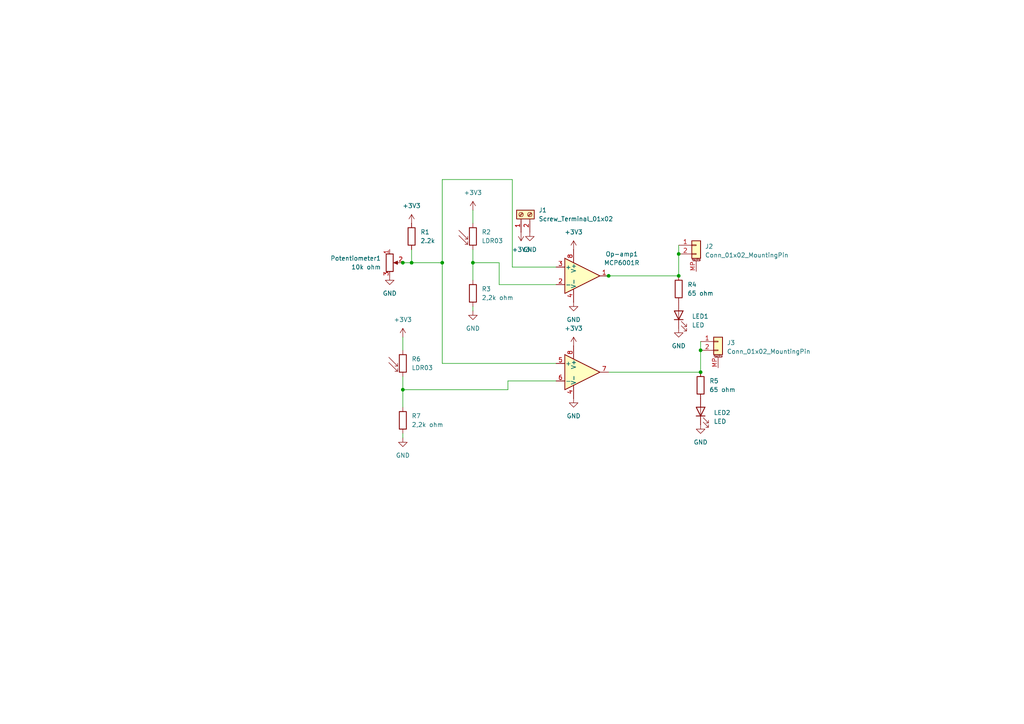
<source format=kicad_sch>
(kicad_sch (version 20231120) (generator "eeschema") (generator_version "8.0")
  (paper "A4")
  (lib_symbols
    (symbol "Connector:Screw_Terminal_01x02" (pin_names (offset 1.016) hide)
      (property "Reference" "J" (at 0 2.54 0))
      (property "Value" "Screw_Terminal_01x02" (at 0 -5.08 0))
      (symbol "Screw_Terminal_01x02_1_1"
        (rectangle (start -1.27 1.27) (end 1.27 -3.81) (stroke (width 0.254)) (fill (type background)))
        (circle (center 0 -2.54) (radius 0.635) (stroke (width 0.1524)))
        (polyline (pts (xy -0.5334 -2.2098) (xy 0.3302 -3.048)) (stroke (width 0.1524)))
        (polyline (pts (xy -0.5334 0.3302) (xy 0.3302 -0.508)) (stroke (width 0.1524)))
        (polyline (pts (xy -0.3556 -2.032) (xy 0.508 -2.8702)) (stroke (width 0.1524)))
        (polyline (pts (xy -0.3556 0.508) (xy 0.508 -0.3302)) (stroke (width 0.1524)))
        (circle (center 0 0) (radius 0.635) (stroke (width 0.1524)))
        (pin passive line (at -5.08 0 0) (length 3.81) (name "Pin_1") (number "1"))
        (pin passive line (at -5.08 -2.54 0) (length 3.81) (name "Pin_2") (number "2"))
      )
    )
    (symbol "Connector_Generic_MountingPin:Conn_01x02_MountingPin" (pin_names (offset 1.016) hide)
      (property "Reference" "J" (at 0 2.54 0))
      (property "Value" "Conn_01x02_MountingPin" (at 1.27 -5.08 0))
      (symbol "Conn_01x02_MountingPin_1_1"
        (rectangle (start -1.27 -2.413) (end 0 -2.667) (stroke (width 0.1524)))
        (rectangle (start -1.27 0.127) (end 0 -0.127) (stroke (width 0.1524)))
        (rectangle (start -1.27 1.27) (end 1.27 -3.81) (stroke (width 0.254)) (fill (type background)))
        (polyline (pts (xy -1.016 -4.572) (xy 1.016 -4.572)) (stroke (width 0.1524)))
        (text "Mounting" (at 0 -4.191 0) (effects (font (size 0.381 0.381))))
        (pin passive line (at -5.08 0 0) (length 3.81) (name "Pin_1") (number "1"))
        (pin passive line (at -5.08 -2.54 0) (length 3.81) (name "Pin_2") (number "2"))
        (pin passive line (at 0 -7.62 90) (length 3.048) (name "MountPin") (number "MP"))
      )
    )
    (symbol "Device:LED" (pin_numbers hide) (pin_names (offset 1.016) hide)
      (property "Reference" "D" (at 0 2.54 0))
      (property "Value" "LED" (at 0 -2.54 0))
      (symbol "LED_0_1"
        (polyline (pts (xy -1.27 -1.27) (xy -1.27 1.27)) (stroke (width 0.254)))
        (polyline (pts (xy -1.27 0) (xy 1.27 0)))
        (polyline (pts (xy 1.27 -1.27) (xy 1.27 1.27) (xy -1.27 0) (xy 1.27 -1.27)) (stroke (width 0.254)))
        (polyline (pts (xy -3.048 -0.762) (xy -4.572 -2.286) (xy -3.81 -2.286) (xy -4.572 -2.286) (xy -4.572 -1.524)))
        (polyline (pts (xy -1.778 -0.762) (xy -3.302 -2.286) (xy -2.54 -2.286) (xy -3.302 -2.286) (xy -3.302 -1.524)))
      )
      (symbol "LED_1_1"
        (pin passive line (at -3.81 0 0) (length 2.54) (name "K") (number "1"))
        (pin passive line (at 3.81 0 180) (length 2.54) (name "A") (number "2"))
      )
    )
    (symbol "Device:R" (pin_numbers hide) (pin_names (offset 0))
      (property "Reference" "R" (at 2.032 0 90))
      (property "Value" "R" (at 0 0 90))
      (symbol "R_0_1"
        (rectangle (start -1.016 -2.54) (end 1.016 2.54) (stroke (width 0.254)))
      )
      (symbol "R_1_1"
        (pin passive line (at 0 3.81 270) (length 1.27) (name "~") (number "1"))
        (pin passive line (at 0 -3.81 90) (length 1.27) (name "~") (number "2"))
      )
    )
    (symbol "Device:R_Potentiometer" (pin_names (offset 1.016) hide)
      (property "Reference" "RV" (at -4.445 0 90))
      (property "Value" "R_Potentiometer" (at -2.54 0 90))
      (symbol "R_Potentiometer_0_1"
        (polyline (pts (xy 2.54 0) (xy 1.524 0)))
        (polyline (pts (xy 1.143 0) (xy 2.286 0.508) (xy 2.286 -0.508) (xy 1.143 0)) (fill (type outline)))
        (rectangle (start 1.016 2.54) (end -1.016 -2.54) (stroke (width 0.254)))
      )
      (symbol "R_Potentiometer_1_1"
        (pin passive line (at 0 3.81 270) (length 1.27) (name "1") (number "1"))
        (pin passive line (at 3.81 0 180) (length 1.27) (name "2") (number "2"))
        (pin passive line (at 0 -3.81 90) (length 1.27) (name "3") (number "3"))
      )
    )
    (symbol "MCP6001R_1" (pin_names (offset 0.127))
      (property "Reference" "Op-amp1" (at 11.43 6.3186 0))
      (property "Value" "MCP6001R" (at 11.43 3.7786 0))
      (symbol "MCP6001R_1_0_1"
        (polyline (pts (xy -5.08 -22.86) (xy 5.08 -27.94) (xy -5.08 -33.02) (xy -5.08 -22.86)) (stroke (width 0.254)) (fill (type background)))
        (polyline (pts (xy -5.08 5.08) (xy 5.08 0) (xy -5.08 -5.08) (xy -5.08 5.08)) (stroke (width 0.254)) (fill (type background)))
      )
      (symbol "MCP6001R_1_1_1"
        (pin output line (at 7.62 0 180) (length 2.54) (name "~") (number "1"))
        (pin input line (at -7.62 -2.54 0) (length 2.54) (name "-") (number "2"))
        (pin input line (at -7.62 2.54 0) (length 2.54) (name "+") (number "3"))
        (pin power_in line (at -2.54 -35.56 90) (length 3.81) (name "V-") (number "4"))
        (pin power_in line (at -2.54 -7.62 90) (length 3.81) (name "V-") (number "4"))
        (pin input line (at -7.62 -25.4 0) (length 2.54) (name "+") (number "5"))
        (pin input line (at -7.62 -30.48 0) (length 2.54) (name "-") (number "6"))
        (pin output line (at 7.62 -27.94 180) (length 2.54) (name "~") (number "7"))
        (pin power_in line (at -2.54 -20.32 270) (length 3.81) (name "V+") (number "8"))
        (pin power_in line (at -2.54 7.62 270) (length 3.81) (name "V+") (number "8"))
      )
    )
    (symbol "Sensor_Optical:LDR03" (pin_numbers hide) (pin_names (offset 0))
      (property "Reference" "R" (at -5.08 0 90))
      (property "Value" "LDR03" (at 1.905 0 90))
      (symbol "LDR03_0_1"
        (rectangle (start -1.016 2.54) (end 1.016 -2.54) (stroke (width 0.254)))
        (polyline (pts (xy -1.524 -2.286) (xy -4.064 0.254)))
        (polyline (pts (xy -1.524 -2.286) (xy -2.286 -2.286)))
        (polyline (pts (xy -1.524 -2.286) (xy -1.524 -1.524)))
        (polyline (pts (xy -1.524 -0.762) (xy -4.064 1.778)))
        (polyline (pts (xy -1.524 -0.762) (xy -2.286 -0.762)))
        (polyline (pts (xy -1.524 -0.762) (xy -1.524 0)))
      )
      (symbol "LDR03_1_1"
        (pin passive line (at 0 3.81 270) (length 1.27) (name "~") (number "1"))
        (pin passive line (at 0 -3.81 90) (length 1.27) (name "~") (number "2"))
      )
    )
    (symbol "power:+3V3" (power) (pin_numbers hide) (pin_names (offset 0) hide)
      (property "Value" "+3V3" (at 0 3.556 0))
      (symbol "+3V3_0_1"
        (polyline (pts (xy -0.762 1.27) (xy 0 2.54)))
        (polyline (pts (xy 0 0) (xy 0 2.54)))
        (polyline (pts (xy 0 2.54) (xy 0.762 1.27)))
      )
      (symbol "+3V3_1_1"
        (pin power_in line (at 0 0 90) (length 0) (name "~") (number "1"))
      )
    )
    (symbol "power:GND" (power) (pin_numbers hide) (pin_names (offset 0) hide)
      (property "Value" "GND" (at 0 -3.81 0))
      (symbol "GND_0_1"
        (polyline (pts (xy 0 0) (xy 0 -1.27) (xy 1.27 -1.27) (xy 0 -2.54) (xy -1.27 -1.27) (xy 0 -1.27)))
      )
      (symbol "GND_1_1"
        (pin power_in line (at 0 0 270) (length 0) (name "~") (number "1"))
      )
    )
  )
  (junction (at 116.84 76.2))
  (junction (at 176.53 80.01))
  (junction (at 196.85 80.01))
  (junction (at 119.38 76.2))
  (junction (at 203.2 107.95))
  (junction (at 116.84 113.03))
  (junction (at 128.27 76.2))
  (junction (at 203.2 101.6))
  (junction (at 196.85 73.66))
  (junction (at 137.16 76.2))
  (wire (pts (xy 147.32 110.49) (xy 161.29 110.49)))
  (wire (pts (xy 148.59 77.47) (xy 161.29 77.47)))
  (wire (pts (xy 128.27 76.2) (xy 128.27 105.41)))
  (wire (pts (xy 196.85 80.01) (xy 196.85 73.66)))
  (wire (pts (xy 137.16 72.39) (xy 137.16 76.2)))
  (wire (pts (xy 115.57 76.2) (xy 116.84 76.2)))
  (wire (pts (xy 119.38 72.39) (xy 119.38 76.2)))
  (wire (pts (xy 203.2 99.06) (xy 203.2 101.6)))
  (wire (pts (xy 175.26 80.01) (xy 176.53 80.01)))
  (wire (pts (xy 203.2 107.95) (xy 203.2 101.6)))
  (wire (pts (xy 116.84 76.2) (xy 119.38 76.2)))
  (wire (pts (xy 137.16 76.2) (xy 137.16 81.28)))
  (wire (pts (xy 148.59 77.47) (xy 148.59 52.07)))
  (wire (pts (xy 116.84 113.03) (xy 147.32 113.03)))
  (wire (pts (xy 116.84 113.03) (xy 116.84 118.11)))
  (wire (pts (xy 128.27 105.41) (xy 161.29 105.41)))
  (wire (pts (xy 116.84 109.22) (xy 116.84 113.03)))
  (wire (pts (xy 176.53 80.01) (xy 196.85 80.01)))
  (wire (pts (xy 137.16 88.9) (xy 137.16 90.17)))
  (wire (pts (xy 148.59 52.07) (xy 128.27 52.07)))
  (wire (pts (xy 144.78 82.55) (xy 144.78 76.2)))
  (wire (pts (xy 176.53 107.95) (xy 203.2 107.95)))
  (wire (pts (xy 137.16 60.96) (xy 137.16 64.77)))
  (wire (pts (xy 161.29 82.55) (xy 144.78 82.55)))
  (wire (pts (xy 116.84 125.73) (xy 116.84 127)))
  (wire (pts (xy 119.38 76.2) (xy 128.27 76.2)))
  (wire (pts (xy 128.27 52.07) (xy 128.27 76.2)))
  (wire (pts (xy 144.78 76.2) (xy 137.16 76.2)))
  (wire (pts (xy 196.85 71.12) (xy 196.85 73.66)))
  (wire (pts (xy 116.84 97.79) (xy 116.84 101.6)))
  (wire (pts (xy 147.32 113.03) (xy 147.32 110.49)))
  (symbol (lib_id "power:GND") (at 166.37 115.57 0) (unit 1)
    (property "Reference" "#PWR015" (effects (hide yes)))
    (property "Value" "GND" (at 166.37 120.65 0))
    (property "Description" "Power symbol creates a global label with name \"GND\" , ground" (effects (hide yes)))
  )
  (symbol (lib_id "power:GND") (at 116.84 127 0) (unit 1)
    (property "Reference" "#PWR014" (effects (hide yes)))
    (property "Value" "GND" (at 116.84 132.08 0))
    (property "Description" "Power symbol creates a global label with name \"GND\" , ground" (effects (hide yes)))
  )
  (symbol (lib_id "Connector_Generic_MountingPin:Conn_01x02_MountingPin") (at 201.93 71.12 0) (unit 1)
    (property "Reference" "J2" (at 204.47 71.4755 0) (effects (justify left)))
    (property "Value" "Conn_01x02_MountingPin" (at 204.47 74.0155 0) (effects (justify left)))
    (property "Footprint" "Connector_PinSocket_2.54mm:PinSocket_1x02_P2.54mm_Vertical" (effects (hide yes)))
    (property "Description" "Generic connectable mounting pin connector, single row, 01x02, script generated (kicad-library-utils/schlib/autogen/connector/)" (effects (hide yes)))
  )
  (symbol (lib_id "power:GND") (at 203.2 123.19 0) (unit 1)
    (property "Reference" "#PWR012" (effects (hide yes)))
    (property "Value" "GND" (at 203.2 128.27 0))
    (property "Description" "Power symbol creates a global label with name \"GND\" , ground" (effects (hide yes)))
  )
  (symbol (lib_id "Device:R") (at 137.16 85.09 0) (unit 1)
    (property "Reference" "R3" (at 139.7 83.8199 0) (effects (justify left)))
    (property "Value" "2,2k ohm" (at 139.7 86.3599 0) (effects (justify left)))
    (property "Footprint" "Resistor_THT:R_Axial_DIN0204_L3.6mm_D1.6mm_P7.62mm_Horizontal" (effects (hide yes)))
    (property "Description" "Resistor" (effects (hide yes)))
  )
  (symbol (lib_id "power:+3V3") (at 119.38 64.77 0) (unit 1)
    (property "Reference" "#PWR02" (effects (hide yes)))
    (property "Value" "+3V3" (at 119.38 59.69 0))
    (property "Description" "Power symbol creates a global label with name \"+3V3\"" (effects (hide yes)))
  )
  (symbol (lib_id "Device:LED") (at 203.2 119.38 90) (unit 1)
    (property "Reference" "LED2" (at 207.01 119.6974 90) (effects (justify right)))
    (property "Value" "LED" (at 207.01 122.2374 90) (effects (justify right)))
    (property "Footprint" "LED_THT:LED_D1.8mm_W3.3mm_H2.4mm" (effects (hide yes)))
    (property "Description" "Light emitting diode" (effects (hide yes)))
  )
  (symbol (lib_id "power:GND") (at 137.16 90.17 0) (unit 1)
    (property "Reference" "#PWR04" (effects (hide yes)))
    (property "Value" "GND" (at 137.16 95.25 0))
    (property "Description" "Power symbol creates a global label with name \"GND\" , ground" (effects (hide yes)))
  )
  (symbol (lib_id "power:+3V3") (at 116.84 97.79 0) (unit 1)
    (property "Reference" "#PWR013" (effects (hide yes)))
    (property "Value" "+3V3" (at 116.84 92.71 0))
    (property "Description" "Power symbol creates a global label with name \"+3V3\"" (effects (hide yes)))
  )
  (symbol (lib_id "power:GND") (at 113.03 80.01 0) (unit 1)
    (property "Reference" "#PWR01" (effects (hide yes)))
    (property "Value" "GND" (at 113.03 85.09 0))
    (property "Description" "Power symbol creates a global label with name \"GND\" , ground" (effects (hide yes)))
  )
  (symbol (lib_id "Device:R_Potentiometer") (at 113.03 76.2 0) (unit 1)
    (property "Reference" "Potentiometer1" (at 110.49 74.9299 0) (effects (justify right)))
    (property "Value" "10k ohm" (at 110.49 77.4699 0) (effects (justify right)))
    (property "Footprint" "Potentiometer_THT:Potentiometer_Runtron_RM-065_Vertical" (effects (hide yes)))
    (property "Description" "Potentiometer" (effects (hide yes)))
  )
  (symbol (lib_id "power:+3V3") (at 166.37 72.39 0) (unit 1)
    (property "Reference" "#PWR05" (effects (hide yes)))
    (property "Value" "+3V3" (at 166.37 67.31 0))
    (property "Description" "Power symbol creates a global label with name \"+3V3\"" (effects (hide yes)))
  )
  (symbol (lib_id "Device:LED") (at 196.85 91.44 90) (unit 1)
    (property "Reference" "LED1" (at 200.66 91.7574 90) (effects (justify right)))
    (property "Value" "LED" (at 200.66 94.2974 90) (effects (justify right)))
    (property "Footprint" "LED_THT:LED_D1.8mm_W3.3mm_H2.4mm" (effects (hide yes)))
    (property "Description" "Light emitting diode" (effects (hide yes)))
  )
  (symbol (lib_id "power:GND") (at 166.37 87.63 0) (unit 1)
    (property "Reference" "#PWR06" (effects (hide yes)))
    (property "Value" "GND" (at 166.37 92.71 0))
    (property "Description" "Power symbol creates a global label with name \"GND\" , ground" (effects (hide yes)))
  )
  (symbol (lib_id "Device:R") (at 116.84 121.92 0) (unit 1)
    (property "Reference" "R7" (at 119.38 120.6499 0) (effects (justify left)))
    (property "Value" "2,2k ohm" (at 119.38 123.1899 0) (effects (justify left)))
    (property "Footprint" "Resistor_THT:R_Axial_DIN0204_L3.6mm_D1.6mm_P7.62mm_Horizontal" (effects (hide yes)))
    (property "Description" "Resistor" (effects (hide yes)))
  )
  (symbol (lib_id "Device:R") (at 196.85 83.82 0) (unit 1)
    (property "Reference" "R4" (at 199.39 82.5499 0) (effects (justify left)))
    (property "Value" "65 ohm" (at 199.39 85.0899 0) (effects (justify left)))
    (property "Footprint" "Resistor_THT:R_Axial_DIN0204_L3.6mm_D1.6mm_P7.62mm_Horizontal" (effects (hide yes)))
    (property "Description" "Resistor" (effects (hide yes)))
  )
  (symbol (lib_id "power:+3V3") (at 137.16 60.96 0) (unit 1)
    (property "Reference" "#PWR03" (effects (hide yes)))
    (property "Value" "+3V3" (at 137.16 55.88 0))
    (property "Description" "Power symbol creates a global label with name \"+3V3\"" (effects (hide yes)))
  )
  (symbol (lib_id "Sensor_Optical:LDR03") (at 116.84 105.41 0) (unit 1)
    (property "Reference" "R6" (at 119.38 104.1399 0) (effects (justify left)))
    (property "Value" "LDR03" (at 119.38 106.6799 0) (effects (justify left)))
    (property "Footprint" "TerminalBlock_Phoenix:TerminalBlock_Phoenix_MKDS-1,5-2_1x02_P5.00mm_Horizontal" (effects (hide yes)))
    (property "Datasheet" "http://www.elektronica-componenten.nl/WebRoot/StoreNL/Shops/61422969/54F1/BA0C/C664/31B9/2173/C0A8/2AB9/2AEF/LDR03IMP.pdf" (effects (hide yes)))
    (property "Description" "light dependent resistor" (effects (hide yes)))
  )
  (symbol (lib_name "MCP6001R_1") (lib_id "Amplifier_Operational:MCP6001R") (at 168.91 80.01 0) (unit 1)
    (property "Reference" "Op-amp1" (at 180.34 73.6914 0))
    (property "Value" "MCP6001R" (at 180.34 76.2314 0))
    (property "Footprint" "Package_DIP:DIP-8_W7.62mm" (effects (hide yes)))
    (property "Datasheet" "https://ww1.microchip.com/downloads/en/DeviceDoc/MCP6001-1R-1U-2-4-1-MHz-Low-Power-Op-Amp-DS20001733L.pdf" (effects (hide yes)))
    (property "Description" "1MHz, Low-Power Op Amp, SOT-23-5" (effects (hide yes)))
  )
  (symbol (lib_id "Device:R") (at 119.38 68.58 0) (unit 1)
    (property "Reference" "R1" (at 121.92 67.3099 0) (effects (justify left)))
    (property "Value" "2.2k" (at 121.92 69.8499 0) (effects (justify left)))
    (property "Footprint" "Resistor_THT:R_Axial_DIN0204_L3.6mm_D1.6mm_P7.62mm_Horizontal" (effects (hide yes)))
    (property "Description" "Resistor" (effects (hide yes)))
  )
  (symbol (lib_id "power:+3V3") (at 166.37 100.33 0) (unit 1)
    (property "Reference" "#PWR011" (effects (hide yes)))
    (property "Value" "+3V3" (at 166.37 95.25 0))
    (property "Description" "Power symbol creates a global label with name \"+3V3\"" (effects (hide yes)))
  )
  (symbol (lib_id "power:+3V3") (at 151.13 67.31 180) (unit 1)
    (property "Reference" "#PWR08" (effects (hide yes)))
    (property "Value" "+3V3" (at 151.13 72.39 0))
    (property "Description" "Power symbol creates a global label with name \"+3V3\"" (effects (hide yes)))
  )
  (symbol (lib_id "Sensor_Optical:LDR03") (at 137.16 68.58 0) (unit 1)
    (property "Reference" "R2" (at 139.7 67.3099 0) (effects (justify left)))
    (property "Value" "LDR03" (at 139.7 69.8499 0) (effects (justify left)))
    (property "Footprint" "TerminalBlock_Phoenix:TerminalBlock_Phoenix_MKDS-1,5-2_1x02_P5.00mm_Horizontal" (effects (hide yes)))
    (property "Datasheet" "http://www.elektronica-componenten.nl/WebRoot/StoreNL/Shops/61422969/54F1/BA0C/C664/31B9/2173/C0A8/2AB9/2AEF/LDR03IMP.pdf" (effects (hide yes)))
    (property "Description" "light dependent resistor" (effects (hide yes)))
  )
  (symbol (lib_id "Connector:Screw_Terminal_01x02") (at 151.13 62.23 90) (unit 1)
    (property "Reference" "J1" (at 156.21 60.9599 90) (effects (justify right)))
    (property "Value" "Screw_Terminal_01x02" (at 156.21 63.4999 90) (effects (justify right)))
    (property "Footprint" "TerminalBlock_Phoenix:TerminalBlock_Phoenix_MKDS-1,5-2_1x02_P5.00mm_Horizontal" (effects (hide yes)))
    (property "Description" "Generic screw terminal, single row, 01x02, script generated (kicad-library-utils/schlib/autogen/connector/)" (effects (hide yes)))
  )
  (symbol (lib_id "power:GND") (at 153.67 67.31 0) (unit 1)
    (property "Reference" "#PWR09" (effects (hide yes)))
    (property "Value" "GND" (at 153.67 72.39 0))
    (property "Description" "Power symbol creates a global label with name \"GND\" , ground" (effects (hide yes)))
  )
  (symbol (lib_id "power:GND") (at 196.85 95.25 0) (unit 1)
    (property "Reference" "#PWR07" (effects (hide yes)))
    (property "Value" "GND" (at 196.85 100.33 0))
    (property "Description" "Power symbol creates a global label with name \"GND\" , ground" (effects (hide yes)))
  )
  (symbol (lib_id "Connector_Generic_MountingPin:Conn_01x02_MountingPin") (at 208.28 99.06 0) (unit 1)
    (property "Reference" "J3" (at 210.82 99.4155 0) (effects (justify left)))
    (property "Value" "Conn_01x02_MountingPin" (at 210.82 101.9555 0) (effects (justify left)))
    (property "Footprint" "Connector_PinSocket_2.54mm:PinSocket_1x02_P2.54mm_Vertical" (effects (hide yes)))
    (property "Description" "Generic connectable mounting pin connector, single row, 01x02, script generated (kicad-library-utils/schlib/autogen/connector/)" (effects (hide yes)))
  )
  (symbol (lib_id "Device:R") (at 203.2 111.76 0) (unit 1)
    (property "Reference" "R5" (at 205.74 110.4899 0) (effects (justify left)))
    (property "Value" "65 ohm" (at 205.74 113.0299 0) (effects (justify left)))
    (property "Footprint" "Resistor_THT:R_Axial_DIN0204_L3.6mm_D1.6mm_P7.62mm_Horizontal" (effects (hide yes)))
    (property "Description" "Resistor" (effects (hide yes)))
  )
)
</source>
